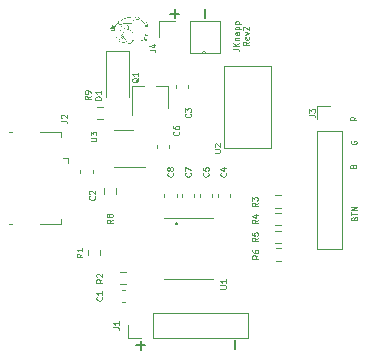
<source format=gto>
G04 #@! TF.GenerationSoftware,KiCad,Pcbnew,(6.0.5)*
G04 #@! TF.CreationDate,2022-09-30T16:47:31-04:00*
G04 #@! TF.ProjectId,Pokeball_xs,506f6b65-6261-46c6-9c5f-78732e6b6963,rev?*
G04 #@! TF.SameCoordinates,Original*
G04 #@! TF.FileFunction,Legend,Top*
G04 #@! TF.FilePolarity,Positive*
%FSLAX46Y46*%
G04 Gerber Fmt 4.6, Leading zero omitted, Abs format (unit mm)*
G04 Created by KiCad (PCBNEW (6.0.5)) date 2022-09-30 16:47:31*
%MOMM*%
%LPD*%
G01*
G04 APERTURE LIST*
%ADD10C,0.150000*%
%ADD11C,0.125000*%
%ADD12C,0.120000*%
G04 APERTURE END LIST*
D10*
X138482210Y-79618860D02*
X139244115Y-79618860D01*
X138863163Y-79999812D02*
X138863163Y-79237908D01*
X143977197Y-107970973D02*
X143977197Y-107209068D01*
D11*
X154054771Y-96936694D02*
X154078581Y-96865266D01*
X154102390Y-96841456D01*
X154150009Y-96817647D01*
X154221438Y-96817647D01*
X154269057Y-96841456D01*
X154292866Y-96865266D01*
X154316676Y-96912885D01*
X154316676Y-97103361D01*
X153816676Y-97103361D01*
X153816676Y-96936694D01*
X153840486Y-96889075D01*
X153864295Y-96865266D01*
X153911914Y-96841456D01*
X153959533Y-96841456D01*
X154007152Y-96865266D01*
X154030962Y-96889075D01*
X154054771Y-96936694D01*
X154054771Y-97103361D01*
X153816676Y-96674789D02*
X153816676Y-96389075D01*
X154316676Y-96531932D02*
X153816676Y-96531932D01*
X154316676Y-96222408D02*
X153816676Y-96222408D01*
X154316676Y-95936694D01*
X153816676Y-95936694D01*
X143823690Y-82583333D02*
X144180833Y-82583333D01*
X144252261Y-82607142D01*
X144299880Y-82654761D01*
X144323690Y-82726190D01*
X144323690Y-82773809D01*
X144323690Y-82345238D02*
X143823690Y-82345238D01*
X144323690Y-82059523D02*
X144037976Y-82273809D01*
X143823690Y-82059523D02*
X144109404Y-82345238D01*
X143990357Y-81845238D02*
X144323690Y-81845238D01*
X144037976Y-81845238D02*
X144014166Y-81821428D01*
X143990357Y-81773809D01*
X143990357Y-81702380D01*
X144014166Y-81654761D01*
X144061785Y-81630952D01*
X144323690Y-81630952D01*
X144323690Y-81178571D02*
X144061785Y-81178571D01*
X144014166Y-81202380D01*
X143990357Y-81250000D01*
X143990357Y-81345238D01*
X144014166Y-81392857D01*
X144299880Y-81178571D02*
X144323690Y-81226190D01*
X144323690Y-81345238D01*
X144299880Y-81392857D01*
X144252261Y-81416666D01*
X144204642Y-81416666D01*
X144157023Y-81392857D01*
X144133214Y-81345238D01*
X144133214Y-81226190D01*
X144109404Y-81178571D01*
X143990357Y-80940476D02*
X144490357Y-80940476D01*
X144014166Y-80940476D02*
X143990357Y-80892857D01*
X143990357Y-80797619D01*
X144014166Y-80750000D01*
X144037976Y-80726190D01*
X144085595Y-80702380D01*
X144228452Y-80702380D01*
X144276071Y-80726190D01*
X144299880Y-80750000D01*
X144323690Y-80797619D01*
X144323690Y-80892857D01*
X144299880Y-80940476D01*
X143990357Y-80488095D02*
X144490357Y-80488095D01*
X144014166Y-80488095D02*
X143990357Y-80440476D01*
X143990357Y-80345238D01*
X144014166Y-80297619D01*
X144037976Y-80273809D01*
X144085595Y-80250000D01*
X144228452Y-80250000D01*
X144276071Y-80273809D01*
X144299880Y-80297619D01*
X144323690Y-80345238D01*
X144323690Y-80440476D01*
X144299880Y-80488095D01*
X145128690Y-81988095D02*
X144890595Y-82154761D01*
X145128690Y-82273809D02*
X144628690Y-82273809D01*
X144628690Y-82083333D01*
X144652500Y-82035714D01*
X144676309Y-82011904D01*
X144723928Y-81988095D01*
X144795357Y-81988095D01*
X144842976Y-82011904D01*
X144866785Y-82035714D01*
X144890595Y-82083333D01*
X144890595Y-82273809D01*
X145104880Y-81583333D02*
X145128690Y-81630952D01*
X145128690Y-81726190D01*
X145104880Y-81773809D01*
X145057261Y-81797619D01*
X144866785Y-81797619D01*
X144819166Y-81773809D01*
X144795357Y-81726190D01*
X144795357Y-81630952D01*
X144819166Y-81583333D01*
X144866785Y-81559523D01*
X144914404Y-81559523D01*
X144962023Y-81797619D01*
X144795357Y-81392857D02*
X145128690Y-81273809D01*
X144795357Y-81154761D01*
X144676309Y-80988095D02*
X144652500Y-80964285D01*
X144628690Y-80916666D01*
X144628690Y-80797619D01*
X144652500Y-80750000D01*
X144676309Y-80726190D01*
X144723928Y-80702380D01*
X144771547Y-80702380D01*
X144842976Y-80726190D01*
X145128690Y-81011904D01*
X145128690Y-80702380D01*
D10*
X139000000Y-97357142D02*
X139047619Y-97404761D01*
X139000000Y-97452380D01*
X138952380Y-97404761D01*
X139000000Y-97357142D01*
X139000000Y-97452380D01*
D11*
X153779225Y-90393055D02*
X153755415Y-90440674D01*
X153755415Y-90512103D01*
X153779225Y-90583531D01*
X153826844Y-90631150D01*
X153874463Y-90654960D01*
X153969701Y-90678769D01*
X154041129Y-90678769D01*
X154136367Y-90654960D01*
X154183986Y-90631150D01*
X154231605Y-90583531D01*
X154255415Y-90512103D01*
X154255415Y-90464484D01*
X154231605Y-90393055D01*
X154207796Y-90369246D01*
X154041129Y-90369246D01*
X154041129Y-90464484D01*
D10*
X135619047Y-107661449D02*
X136380952Y-107661449D01*
X136000000Y-108042401D02*
X136000000Y-107280497D01*
D11*
X153964285Y-92494286D02*
X153988095Y-92422858D01*
X154011904Y-92399048D01*
X154059523Y-92375239D01*
X154130952Y-92375239D01*
X154178571Y-92399048D01*
X154202380Y-92422858D01*
X154226190Y-92470477D01*
X154226190Y-92660953D01*
X153726190Y-92660953D01*
X153726190Y-92494286D01*
X153750000Y-92446667D01*
X153773809Y-92422858D01*
X153821428Y-92399048D01*
X153869047Y-92399048D01*
X153916666Y-92422858D01*
X153940476Y-92446667D01*
X153964285Y-92494286D01*
X153964285Y-92660953D01*
D10*
X141387115Y-80012591D02*
X141387115Y-79250686D01*
D11*
X154230363Y-88340021D02*
X153992268Y-88506687D01*
X154230363Y-88625735D02*
X153730363Y-88625735D01*
X153730363Y-88435259D01*
X153754173Y-88387640D01*
X153777982Y-88363830D01*
X153825601Y-88340021D01*
X153897030Y-88340021D01*
X153944649Y-88363830D01*
X153968458Y-88387640D01*
X153992268Y-88435259D01*
X153992268Y-88625735D01*
G04 #@! TO.C,U1*
X142726190Y-102880952D02*
X143130952Y-102880952D01*
X143178571Y-102857142D01*
X143202380Y-102833333D01*
X143226190Y-102785714D01*
X143226190Y-102690476D01*
X143202380Y-102642857D01*
X143178571Y-102619047D01*
X143130952Y-102595238D01*
X142726190Y-102595238D01*
X143226190Y-102095238D02*
X143226190Y-102380952D01*
X143226190Y-102238095D02*
X142726190Y-102238095D01*
X142797619Y-102285714D01*
X142845238Y-102333333D01*
X142869047Y-102380952D01*
G04 #@! TO.C,U2*
X142226190Y-91380952D02*
X142630952Y-91380952D01*
X142678571Y-91357142D01*
X142702380Y-91333333D01*
X142726190Y-91285714D01*
X142726190Y-91190476D01*
X142702380Y-91142857D01*
X142678571Y-91119047D01*
X142630952Y-91095238D01*
X142226190Y-91095238D01*
X142273809Y-90880952D02*
X142250000Y-90857142D01*
X142226190Y-90809523D01*
X142226190Y-90690476D01*
X142250000Y-90642857D01*
X142273809Y-90619047D01*
X142321428Y-90595238D01*
X142369047Y-90595238D01*
X142440476Y-90619047D01*
X142726190Y-90904761D01*
X142726190Y-90595238D01*
G04 #@! TO.C,C1*
X132678571Y-103583333D02*
X132702380Y-103607142D01*
X132726190Y-103678571D01*
X132726190Y-103726190D01*
X132702380Y-103797619D01*
X132654761Y-103845238D01*
X132607142Y-103869047D01*
X132511904Y-103892857D01*
X132440476Y-103892857D01*
X132345238Y-103869047D01*
X132297619Y-103845238D01*
X132250000Y-103797619D01*
X132226190Y-103726190D01*
X132226190Y-103678571D01*
X132250000Y-103607142D01*
X132273809Y-103583333D01*
X132726190Y-103107142D02*
X132726190Y-103392857D01*
X132726190Y-103250000D02*
X132226190Y-103250000D01*
X132297619Y-103297619D01*
X132345238Y-103345238D01*
X132369047Y-103392857D01*
G04 #@! TO.C,R1*
X131047047Y-99920411D02*
X130808952Y-100087078D01*
X131047047Y-100206125D02*
X130547047Y-100206125D01*
X130547047Y-100015649D01*
X130570857Y-99968030D01*
X130594666Y-99944220D01*
X130642285Y-99920411D01*
X130713714Y-99920411D01*
X130761333Y-99944220D01*
X130785142Y-99968030D01*
X130808952Y-100015649D01*
X130808952Y-100206125D01*
X131047047Y-99444220D02*
X131047047Y-99729935D01*
X131047047Y-99587078D02*
X130547047Y-99587078D01*
X130618476Y-99634697D01*
X130666095Y-99682316D01*
X130689904Y-99729935D01*
G04 #@! TO.C,R2*
X132726190Y-102083333D02*
X132488095Y-102250000D01*
X132726190Y-102369047D02*
X132226190Y-102369047D01*
X132226190Y-102178571D01*
X132250000Y-102130952D01*
X132273809Y-102107142D01*
X132321428Y-102083333D01*
X132392857Y-102083333D01*
X132440476Y-102107142D01*
X132464285Y-102130952D01*
X132488095Y-102178571D01*
X132488095Y-102369047D01*
X132273809Y-101892857D02*
X132250000Y-101869047D01*
X132226190Y-101821428D01*
X132226190Y-101702380D01*
X132250000Y-101654761D01*
X132273809Y-101630952D01*
X132321428Y-101607142D01*
X132369047Y-101607142D01*
X132440476Y-101630952D01*
X132726190Y-101916666D01*
X132726190Y-101607142D01*
G04 #@! TO.C,J1*
X133666190Y-106166666D02*
X134023333Y-106166666D01*
X134094761Y-106190476D01*
X134142380Y-106238095D01*
X134166190Y-106309523D01*
X134166190Y-106357142D01*
X134166190Y-105666666D02*
X134166190Y-105952380D01*
X134166190Y-105809523D02*
X133666190Y-105809523D01*
X133737619Y-105857142D01*
X133785238Y-105904761D01*
X133809047Y-105952380D01*
G04 #@! TO.C,C3*
X140178571Y-88083333D02*
X140202380Y-88107142D01*
X140226190Y-88178571D01*
X140226190Y-88226190D01*
X140202380Y-88297619D01*
X140154761Y-88345238D01*
X140107142Y-88369047D01*
X140011904Y-88392857D01*
X139940476Y-88392857D01*
X139845238Y-88369047D01*
X139797619Y-88345238D01*
X139750000Y-88297619D01*
X139726190Y-88226190D01*
X139726190Y-88178571D01*
X139750000Y-88107142D01*
X139773809Y-88083333D01*
X139726190Y-87916666D02*
X139726190Y-87607142D01*
X139916666Y-87773809D01*
X139916666Y-87702380D01*
X139940476Y-87654761D01*
X139964285Y-87630952D01*
X140011904Y-87607142D01*
X140130952Y-87607142D01*
X140178571Y-87630952D01*
X140202380Y-87654761D01*
X140226190Y-87702380D01*
X140226190Y-87845238D01*
X140202380Y-87892857D01*
X140178571Y-87916666D01*
G04 #@! TO.C,C4*
X143178571Y-93083333D02*
X143202380Y-93107142D01*
X143226190Y-93178571D01*
X143226190Y-93226190D01*
X143202380Y-93297619D01*
X143154761Y-93345238D01*
X143107142Y-93369047D01*
X143011904Y-93392857D01*
X142940476Y-93392857D01*
X142845238Y-93369047D01*
X142797619Y-93345238D01*
X142750000Y-93297619D01*
X142726190Y-93226190D01*
X142726190Y-93178571D01*
X142750000Y-93107142D01*
X142773809Y-93083333D01*
X142892857Y-92654761D02*
X143226190Y-92654761D01*
X142702380Y-92773809D02*
X143059523Y-92892857D01*
X143059523Y-92583333D01*
G04 #@! TO.C,C5*
X141678571Y-93083333D02*
X141702380Y-93107142D01*
X141726190Y-93178571D01*
X141726190Y-93226190D01*
X141702380Y-93297619D01*
X141654761Y-93345238D01*
X141607142Y-93369047D01*
X141511904Y-93392857D01*
X141440476Y-93392857D01*
X141345238Y-93369047D01*
X141297619Y-93345238D01*
X141250000Y-93297619D01*
X141226190Y-93226190D01*
X141226190Y-93178571D01*
X141250000Y-93107142D01*
X141273809Y-93083333D01*
X141226190Y-92630952D02*
X141226190Y-92869047D01*
X141464285Y-92892857D01*
X141440476Y-92869047D01*
X141416666Y-92821428D01*
X141416666Y-92702380D01*
X141440476Y-92654761D01*
X141464285Y-92630952D01*
X141511904Y-92607142D01*
X141630952Y-92607142D01*
X141678571Y-92630952D01*
X141702380Y-92654761D01*
X141726190Y-92702380D01*
X141726190Y-92821428D01*
X141702380Y-92869047D01*
X141678571Y-92892857D01*
G04 #@! TO.C,R3*
X145873558Y-95600976D02*
X145635463Y-95767643D01*
X145873558Y-95886690D02*
X145373558Y-95886690D01*
X145373558Y-95696214D01*
X145397368Y-95648595D01*
X145421177Y-95624785D01*
X145468796Y-95600976D01*
X145540225Y-95600976D01*
X145587844Y-95624785D01*
X145611653Y-95648595D01*
X145635463Y-95696214D01*
X145635463Y-95886690D01*
X145373558Y-95434309D02*
X145373558Y-95124785D01*
X145564034Y-95291452D01*
X145564034Y-95220023D01*
X145587844Y-95172404D01*
X145611653Y-95148595D01*
X145659272Y-95124785D01*
X145778320Y-95124785D01*
X145825939Y-95148595D01*
X145849748Y-95172404D01*
X145873558Y-95220023D01*
X145873558Y-95362881D01*
X145849748Y-95410500D01*
X145825939Y-95434309D01*
G04 #@! TO.C,R4*
X145882227Y-97065995D02*
X145644132Y-97232662D01*
X145882227Y-97351709D02*
X145382227Y-97351709D01*
X145382227Y-97161233D01*
X145406037Y-97113614D01*
X145429846Y-97089804D01*
X145477465Y-97065995D01*
X145548894Y-97065995D01*
X145596513Y-97089804D01*
X145620322Y-97113614D01*
X145644132Y-97161233D01*
X145644132Y-97351709D01*
X145548894Y-96637423D02*
X145882227Y-96637423D01*
X145358417Y-96756471D02*
X145715560Y-96875519D01*
X145715560Y-96565995D01*
G04 #@! TO.C,R5*
X145911021Y-98589520D02*
X145672926Y-98756187D01*
X145911021Y-98875234D02*
X145411021Y-98875234D01*
X145411021Y-98684758D01*
X145434831Y-98637139D01*
X145458640Y-98613329D01*
X145506259Y-98589520D01*
X145577688Y-98589520D01*
X145625307Y-98613329D01*
X145649116Y-98637139D01*
X145672926Y-98684758D01*
X145672926Y-98875234D01*
X145411021Y-98137139D02*
X145411021Y-98375234D01*
X145649116Y-98399044D01*
X145625307Y-98375234D01*
X145601497Y-98327615D01*
X145601497Y-98208567D01*
X145625307Y-98160948D01*
X145649116Y-98137139D01*
X145696735Y-98113329D01*
X145815783Y-98113329D01*
X145863402Y-98137139D01*
X145887211Y-98160948D01*
X145911021Y-98208567D01*
X145911021Y-98327615D01*
X145887211Y-98375234D01*
X145863402Y-98399044D01*
G04 #@! TO.C,J3*
X150226190Y-88166666D02*
X150583333Y-88166666D01*
X150654761Y-88190476D01*
X150702380Y-88238095D01*
X150726190Y-88309523D01*
X150726190Y-88357142D01*
X150226190Y-87976190D02*
X150226190Y-87666666D01*
X150416666Y-87833333D01*
X150416666Y-87761904D01*
X150440476Y-87714285D01*
X150464285Y-87690476D01*
X150511904Y-87666666D01*
X150630952Y-87666666D01*
X150678571Y-87690476D01*
X150702380Y-87714285D01*
X150726190Y-87761904D01*
X150726190Y-87904761D01*
X150702380Y-87952380D01*
X150678571Y-87976190D01*
G04 #@! TO.C,R6*
X145937027Y-100054539D02*
X145698932Y-100221206D01*
X145937027Y-100340253D02*
X145437027Y-100340253D01*
X145437027Y-100149777D01*
X145460837Y-100102158D01*
X145484646Y-100078348D01*
X145532265Y-100054539D01*
X145603694Y-100054539D01*
X145651313Y-100078348D01*
X145675122Y-100102158D01*
X145698932Y-100149777D01*
X145698932Y-100340253D01*
X145437027Y-99625967D02*
X145437027Y-99721206D01*
X145460837Y-99768825D01*
X145484646Y-99792634D01*
X145556075Y-99840253D01*
X145651313Y-99864063D01*
X145841789Y-99864063D01*
X145889408Y-99840253D01*
X145913217Y-99816444D01*
X145937027Y-99768825D01*
X145937027Y-99673586D01*
X145913217Y-99625967D01*
X145889408Y-99602158D01*
X145841789Y-99578348D01*
X145722741Y-99578348D01*
X145675122Y-99602158D01*
X145651313Y-99625967D01*
X145627503Y-99673586D01*
X145627503Y-99768825D01*
X145651313Y-99816444D01*
X145675122Y-99840253D01*
X145722741Y-99864063D01*
G04 #@! TO.C,C6*
X139178571Y-89583333D02*
X139202380Y-89607142D01*
X139226190Y-89678571D01*
X139226190Y-89726190D01*
X139202380Y-89797619D01*
X139154761Y-89845238D01*
X139107142Y-89869047D01*
X139011904Y-89892857D01*
X138940476Y-89892857D01*
X138845238Y-89869047D01*
X138797619Y-89845238D01*
X138750000Y-89797619D01*
X138726190Y-89726190D01*
X138726190Y-89678571D01*
X138750000Y-89607142D01*
X138773809Y-89583333D01*
X138726190Y-89154761D02*
X138726190Y-89250000D01*
X138750000Y-89297619D01*
X138773809Y-89321428D01*
X138845238Y-89369047D01*
X138940476Y-89392857D01*
X139130952Y-89392857D01*
X139178571Y-89369047D01*
X139202380Y-89345238D01*
X139226190Y-89297619D01*
X139226190Y-89202380D01*
X139202380Y-89154761D01*
X139178571Y-89130952D01*
X139130952Y-89107142D01*
X139011904Y-89107142D01*
X138964285Y-89130952D01*
X138940476Y-89154761D01*
X138916666Y-89202380D01*
X138916666Y-89297619D01*
X138940476Y-89345238D01*
X138964285Y-89369047D01*
X139011904Y-89392857D01*
G04 #@! TO.C,R8*
X133603408Y-97031393D02*
X133365313Y-97198060D01*
X133603408Y-97317107D02*
X133103408Y-97317107D01*
X133103408Y-97126631D01*
X133127218Y-97079012D01*
X133151027Y-97055202D01*
X133198646Y-97031393D01*
X133270075Y-97031393D01*
X133317694Y-97055202D01*
X133341503Y-97079012D01*
X133365313Y-97126631D01*
X133365313Y-97317107D01*
X133317694Y-96745679D02*
X133293884Y-96793298D01*
X133270075Y-96817107D01*
X133222456Y-96840917D01*
X133198646Y-96840917D01*
X133151027Y-96817107D01*
X133127218Y-96793298D01*
X133103408Y-96745679D01*
X133103408Y-96650440D01*
X133127218Y-96602821D01*
X133151027Y-96579012D01*
X133198646Y-96555202D01*
X133222456Y-96555202D01*
X133270075Y-96579012D01*
X133293884Y-96602821D01*
X133317694Y-96650440D01*
X133317694Y-96745679D01*
X133341503Y-96793298D01*
X133365313Y-96817107D01*
X133412932Y-96840917D01*
X133508170Y-96840917D01*
X133555789Y-96817107D01*
X133579598Y-96793298D01*
X133603408Y-96745679D01*
X133603408Y-96650440D01*
X133579598Y-96602821D01*
X133555789Y-96579012D01*
X133508170Y-96555202D01*
X133412932Y-96555202D01*
X133365313Y-96579012D01*
X133341503Y-96602821D01*
X133317694Y-96650440D01*
G04 #@! TO.C,C8*
X138678571Y-93083333D02*
X138702380Y-93107142D01*
X138726190Y-93178571D01*
X138726190Y-93226190D01*
X138702380Y-93297619D01*
X138654761Y-93345238D01*
X138607142Y-93369047D01*
X138511904Y-93392857D01*
X138440476Y-93392857D01*
X138345238Y-93369047D01*
X138297619Y-93345238D01*
X138250000Y-93297619D01*
X138226190Y-93226190D01*
X138226190Y-93178571D01*
X138250000Y-93107142D01*
X138273809Y-93083333D01*
X138440476Y-92797619D02*
X138416666Y-92845238D01*
X138392857Y-92869047D01*
X138345238Y-92892857D01*
X138321428Y-92892857D01*
X138273809Y-92869047D01*
X138250000Y-92845238D01*
X138226190Y-92797619D01*
X138226190Y-92702380D01*
X138250000Y-92654761D01*
X138273809Y-92630952D01*
X138321428Y-92607142D01*
X138345238Y-92607142D01*
X138392857Y-92630952D01*
X138416666Y-92654761D01*
X138440476Y-92702380D01*
X138440476Y-92797619D01*
X138464285Y-92845238D01*
X138488095Y-92869047D01*
X138535714Y-92892857D01*
X138630952Y-92892857D01*
X138678571Y-92869047D01*
X138702380Y-92845238D01*
X138726190Y-92797619D01*
X138726190Y-92702380D01*
X138702380Y-92654761D01*
X138678571Y-92630952D01*
X138630952Y-92607142D01*
X138535714Y-92607142D01*
X138488095Y-92630952D01*
X138464285Y-92654761D01*
X138440476Y-92702380D01*
G04 #@! TO.C,J2*
X129226190Y-88666666D02*
X129583333Y-88666666D01*
X129654761Y-88690476D01*
X129702380Y-88738095D01*
X129726190Y-88809523D01*
X129726190Y-88857142D01*
X129273809Y-88452380D02*
X129250000Y-88428571D01*
X129226190Y-88380952D01*
X129226190Y-88261904D01*
X129250000Y-88214285D01*
X129273809Y-88190476D01*
X129321428Y-88166666D01*
X129369047Y-88166666D01*
X129440476Y-88190476D01*
X129726190Y-88476190D01*
X129726190Y-88166666D01*
G04 #@! TO.C,R9*
X131726190Y-86583333D02*
X131488095Y-86750000D01*
X131726190Y-86869047D02*
X131226190Y-86869047D01*
X131226190Y-86678571D01*
X131250000Y-86630952D01*
X131273809Y-86607142D01*
X131321428Y-86583333D01*
X131392857Y-86583333D01*
X131440476Y-86607142D01*
X131464285Y-86630952D01*
X131488095Y-86678571D01*
X131488095Y-86869047D01*
X131726190Y-86345238D02*
X131726190Y-86250000D01*
X131702380Y-86202380D01*
X131678571Y-86178571D01*
X131607142Y-86130952D01*
X131511904Y-86107142D01*
X131321428Y-86107142D01*
X131273809Y-86130952D01*
X131250000Y-86154761D01*
X131226190Y-86202380D01*
X131226190Y-86297619D01*
X131250000Y-86345238D01*
X131273809Y-86369047D01*
X131321428Y-86392857D01*
X131440476Y-86392857D01*
X131488095Y-86369047D01*
X131511904Y-86345238D01*
X131535714Y-86297619D01*
X131535714Y-86202380D01*
X131511904Y-86154761D01*
X131488095Y-86130952D01*
X131440476Y-86107142D01*
G04 #@! TO.C,D1*
X132614422Y-86892274D02*
X132114422Y-86892274D01*
X132114422Y-86773227D01*
X132138232Y-86701798D01*
X132185851Y-86654179D01*
X132233470Y-86630369D01*
X132328708Y-86606560D01*
X132400136Y-86606560D01*
X132495374Y-86630369D01*
X132542993Y-86654179D01*
X132590612Y-86701798D01*
X132614422Y-86773227D01*
X132614422Y-86892274D01*
X132614422Y-86130369D02*
X132614422Y-86416084D01*
X132614422Y-86273227D02*
X132114422Y-86273227D01*
X132185851Y-86320846D01*
X132233470Y-86368465D01*
X132257279Y-86416084D01*
G04 #@! TO.C,Q1*
X135773809Y-85047619D02*
X135750000Y-85095238D01*
X135702380Y-85142857D01*
X135630952Y-85214285D01*
X135607142Y-85261904D01*
X135607142Y-85309523D01*
X135726190Y-85285714D02*
X135702380Y-85333333D01*
X135654761Y-85380952D01*
X135559523Y-85404761D01*
X135392857Y-85404761D01*
X135297619Y-85380952D01*
X135250000Y-85333333D01*
X135226190Y-85285714D01*
X135226190Y-85190476D01*
X135250000Y-85142857D01*
X135297619Y-85095238D01*
X135392857Y-85071428D01*
X135559523Y-85071428D01*
X135654761Y-85095238D01*
X135702380Y-85142857D01*
X135726190Y-85190476D01*
X135726190Y-85285714D01*
X135726190Y-84595238D02*
X135726190Y-84880952D01*
X135726190Y-84738095D02*
X135226190Y-84738095D01*
X135297619Y-84785714D01*
X135345238Y-84833333D01*
X135369047Y-84880952D01*
G04 #@! TO.C,J4*
X136726190Y-82666666D02*
X137083333Y-82666666D01*
X137154761Y-82690476D01*
X137202380Y-82738095D01*
X137226190Y-82809523D01*
X137226190Y-82857142D01*
X136892857Y-82214285D02*
X137226190Y-82214285D01*
X136702380Y-82333333D02*
X137059523Y-82452380D01*
X137059523Y-82142857D01*
G04 #@! TO.C,U3*
X131726190Y-90380952D02*
X132130952Y-90380952D01*
X132178571Y-90357142D01*
X132202380Y-90333333D01*
X132226190Y-90285714D01*
X132226190Y-90190476D01*
X132202380Y-90142857D01*
X132178571Y-90119047D01*
X132130952Y-90095238D01*
X131726190Y-90095238D01*
X131726190Y-89904761D02*
X131726190Y-89595238D01*
X131916666Y-89761904D01*
X131916666Y-89690476D01*
X131940476Y-89642857D01*
X131964285Y-89619047D01*
X132011904Y-89595238D01*
X132130952Y-89595238D01*
X132178571Y-89619047D01*
X132202380Y-89642857D01*
X132226190Y-89690476D01*
X132226190Y-89833333D01*
X132202380Y-89880952D01*
X132178571Y-89904761D01*
G04 #@! TO.C,C2*
X132063764Y-95057806D02*
X132087573Y-95081615D01*
X132111383Y-95153044D01*
X132111383Y-95200663D01*
X132087573Y-95272092D01*
X132039954Y-95319711D01*
X131992335Y-95343520D01*
X131897097Y-95367330D01*
X131825669Y-95367330D01*
X131730431Y-95343520D01*
X131682812Y-95319711D01*
X131635193Y-95272092D01*
X131611383Y-95200663D01*
X131611383Y-95153044D01*
X131635193Y-95081615D01*
X131659002Y-95057806D01*
X131659002Y-94867330D02*
X131635193Y-94843520D01*
X131611383Y-94795901D01*
X131611383Y-94676853D01*
X131635193Y-94629234D01*
X131659002Y-94605425D01*
X131706621Y-94581615D01*
X131754240Y-94581615D01*
X131825669Y-94605425D01*
X132111383Y-94891139D01*
X132111383Y-94581615D01*
G04 #@! TO.C,C7*
X140178571Y-93083333D02*
X140202380Y-93107142D01*
X140226190Y-93178571D01*
X140226190Y-93226190D01*
X140202380Y-93297619D01*
X140154761Y-93345238D01*
X140107142Y-93369047D01*
X140011904Y-93392857D01*
X139940476Y-93392857D01*
X139845238Y-93369047D01*
X139797619Y-93345238D01*
X139750000Y-93297619D01*
X139726190Y-93226190D01*
X139726190Y-93178571D01*
X139750000Y-93107142D01*
X139773809Y-93083333D01*
X139726190Y-92916666D02*
X139726190Y-92583333D01*
X140226190Y-92797619D01*
D12*
G04 #@! TO.C,U1*
X137971200Y-102078100D02*
X142136800Y-102078100D01*
X142136800Y-96921900D02*
X137971200Y-96921900D01*
G04 #@! TO.C,U2*
X143023000Y-84022999D02*
X143023000Y-90977001D01*
X146977000Y-84022999D02*
X143023000Y-84022999D01*
X143023000Y-90977001D02*
X146977000Y-90977001D01*
X146977000Y-90977001D02*
X146977000Y-84022999D01*
X141477000Y-82880000D02*
G75*
G03*
X141477000Y-82880000I-127000J0D01*
G01*
G04 #@! TO.C,C1*
X134359420Y-104010000D02*
X134640580Y-104010000D01*
X134359420Y-102990000D02*
X134640580Y-102990000D01*
G04 #@! TO.C,R1*
X132550787Y-99586119D02*
X132550787Y-100060635D01*
X131505787Y-99586119D02*
X131505787Y-100060635D01*
G04 #@! TO.C,R2*
X134262742Y-102522500D02*
X134737258Y-102522500D01*
X134262742Y-101477500D02*
X134737258Y-101477500D01*
G04 #@! TO.C,J1*
X137000000Y-107060000D02*
X137000000Y-104940000D01*
X134940000Y-107060000D02*
X134940000Y-106000000D01*
X136000000Y-107060000D02*
X134940000Y-107060000D01*
X145060000Y-107060000D02*
X145060000Y-104940000D01*
X137000000Y-107060000D02*
X145060000Y-107060000D01*
X137000000Y-104940000D02*
X145060000Y-104940000D01*
G04 #@! TO.C,C3*
X138990000Y-85634420D02*
X138990000Y-85915580D01*
X140010000Y-85634420D02*
X140010000Y-85915580D01*
G04 #@! TO.C,C4*
X142490000Y-94859420D02*
X142490000Y-95140580D01*
X143510000Y-94859420D02*
X143510000Y-95140580D01*
G04 #@! TO.C,C5*
X142010000Y-94859420D02*
X142010000Y-95140580D01*
X140990000Y-94859420D02*
X140990000Y-95140580D01*
G04 #@! TO.C,R3*
X147862258Y-96022500D02*
X147387742Y-96022500D01*
X147862258Y-94977500D02*
X147387742Y-94977500D01*
G04 #@! TO.C,R4*
X147862258Y-96477500D02*
X147387742Y-96477500D01*
X147862258Y-97522500D02*
X147387742Y-97522500D01*
G04 #@! TO.C,R5*
X147862258Y-99022500D02*
X147387742Y-99022500D01*
X147862258Y-97977500D02*
X147387742Y-97977500D01*
G04 #@! TO.C,J3*
X150940000Y-88500000D02*
X150940000Y-87440000D01*
X150940000Y-89500000D02*
X153060000Y-89500000D01*
X153060000Y-89500000D02*
X153060000Y-99560000D01*
X150940000Y-89500000D02*
X150940000Y-99560000D01*
X150940000Y-87440000D02*
X152000000Y-87440000D01*
X150940000Y-99560000D02*
X153060000Y-99560000D01*
G04 #@! TO.C,R6*
X147873600Y-100522500D02*
X147399084Y-100522500D01*
X147873600Y-99477500D02*
X147399084Y-99477500D01*
G04 #@! TO.C,C6*
X137344631Y-90681482D02*
X137344631Y-90962642D01*
X138364631Y-90681482D02*
X138364631Y-90962642D01*
G04 #@! TO.C,R8*
X132847538Y-94405329D02*
X132847538Y-94879845D01*
X133892538Y-94405329D02*
X133892538Y-94879845D01*
G04 #@! TO.C,C8*
X137990000Y-94859420D02*
X137990000Y-95140580D01*
X139010000Y-94859420D02*
X139010000Y-95140580D01*
G04 #@! TO.C,J2*
X129812500Y-91800000D02*
X129812500Y-92250000D01*
X129812500Y-91800000D02*
X129362500Y-91800000D01*
X124862500Y-89600000D02*
X125112500Y-89600000D01*
X129262500Y-97400000D02*
X129262500Y-96950000D01*
X127412500Y-97400000D02*
X129262500Y-97400000D01*
X127412500Y-89600000D02*
X129262500Y-89600000D01*
X124862500Y-97400000D02*
X125112500Y-97400000D01*
X129262500Y-89600000D02*
X129262500Y-90050000D01*
G04 #@! TO.C,R9*
X132776966Y-88543512D02*
X132302450Y-88543512D01*
X132776966Y-87498512D02*
X132302450Y-87498512D01*
G04 #@! TO.C,D1*
X135000000Y-82750000D02*
X133000000Y-82750000D01*
X133000000Y-82750000D02*
X133000000Y-86650000D01*
X135000000Y-82750000D02*
X135000000Y-86650000D01*
G04 #@! TO.C,Q1*
X135239570Y-85781353D02*
X135239570Y-88211353D01*
X137249570Y-85761353D02*
X138299570Y-85761353D01*
X135249570Y-85761353D02*
X136249570Y-85761353D01*
X138299570Y-85761353D02*
X138299570Y-87611353D01*
G04 #@! TO.C,G\u002A\u002A\u002A*
G36*
X134898097Y-82112554D02*
G01*
X134831540Y-82060793D01*
X134828234Y-82057271D01*
X134777896Y-82002816D01*
X134692519Y-82031819D01*
X134579895Y-82056011D01*
X134551846Y-82056278D01*
X134458036Y-82057172D01*
X134333699Y-82035961D01*
X134213644Y-81993036D01*
X134193287Y-81983194D01*
X134163210Y-81963161D01*
X134120962Y-81928638D01*
X134070811Y-81883846D01*
X134017027Y-81833004D01*
X133963877Y-81780331D01*
X133915629Y-81730047D01*
X133876552Y-81686370D01*
X133850914Y-81653519D01*
X133847857Y-81647170D01*
X133876200Y-81647170D01*
X133890779Y-81666786D01*
X133921429Y-81697405D01*
X133959718Y-81735559D01*
X134007745Y-81784800D01*
X134055856Y-81835219D01*
X134061250Y-81840956D01*
X134106985Y-81886122D01*
X134153165Y-81925880D01*
X134191100Y-81952859D01*
X134196965Y-81956088D01*
X134309776Y-82000287D01*
X134430852Y-82024349D01*
X134551846Y-82027369D01*
X134664414Y-82008445D01*
X134668836Y-82007156D01*
X134715271Y-81990684D01*
X134737325Y-81971914D01*
X134738730Y-81943445D01*
X134723538Y-81898679D01*
X134707866Y-81858741D01*
X134695849Y-81826725D01*
X134695223Y-81824965D01*
X134686835Y-81808940D01*
X134672251Y-81808225D01*
X134642758Y-81821942D01*
X134554178Y-81853071D01*
X134482586Y-81860831D01*
X134452570Y-81864085D01*
X134345077Y-81855113D01*
X134238846Y-81826281D01*
X134209137Y-81814154D01*
X134148954Y-81782081D01*
X134084011Y-81738908D01*
X134023912Y-81691700D01*
X133978262Y-81647525D01*
X133971292Y-81639145D01*
X133945565Y-81610015D01*
X133925666Y-81602436D01*
X133901620Y-81614146D01*
X133892016Y-81621148D01*
X133877468Y-81634175D01*
X133876200Y-81647170D01*
X133847857Y-81647170D01*
X133842857Y-81636784D01*
X133853906Y-81612605D01*
X133871429Y-81597021D01*
X133893690Y-81578991D01*
X133900000Y-81568181D01*
X133894701Y-81551167D01*
X133880410Y-81514043D01*
X133859534Y-81462911D01*
X133842758Y-81423140D01*
X133812004Y-81345466D01*
X133791316Y-81276473D01*
X133777185Y-81202555D01*
X133768898Y-81136801D01*
X133759505Y-81063826D01*
X133754003Y-81035457D01*
X133796179Y-81035457D01*
X133807344Y-81191932D01*
X133840453Y-81337172D01*
X133894508Y-81468915D01*
X133968507Y-81584903D01*
X134061451Y-81682876D01*
X134172342Y-81760573D01*
X134210748Y-81780449D01*
X134296384Y-81810853D01*
X134390108Y-81826724D01*
X134482586Y-81827510D01*
X134564482Y-81812655D01*
X134590468Y-81802981D01*
X134633255Y-81779661D01*
X134648171Y-81757971D01*
X134635530Y-81734859D01*
X134600072Y-81709857D01*
X134553011Y-81678125D01*
X134526911Y-81646743D01*
X134515992Y-81605993D01*
X134514286Y-81565594D01*
X134511375Y-81515875D01*
X134499219Y-81478030D01*
X134472679Y-81437804D01*
X134464425Y-81427251D01*
X134436473Y-81386518D01*
X134418317Y-81349415D01*
X134416396Y-81340909D01*
X134436635Y-81340909D01*
X134489746Y-81418068D01*
X134521617Y-81469382D01*
X134537893Y-81511576D01*
X134542824Y-81556094D01*
X134542857Y-81561032D01*
X134544536Y-81598712D01*
X134553188Y-81625138D01*
X134574236Y-81649577D01*
X134613102Y-81681296D01*
X134613343Y-81681483D01*
X134656844Y-81719941D01*
X134690215Y-81762946D01*
X134720909Y-81820674D01*
X134730037Y-81840859D01*
X134786100Y-81950561D01*
X134845113Y-82031965D01*
X134907317Y-82085231D01*
X134972954Y-82110521D01*
X135042264Y-82107996D01*
X135099188Y-82086740D01*
X135170066Y-82034815D01*
X135229124Y-81958432D01*
X135275445Y-81859556D01*
X135308109Y-81740153D01*
X135326199Y-81602189D01*
X135326330Y-81600338D01*
X135325644Y-81577556D01*
X135322577Y-81533610D01*
X135317679Y-81475771D01*
X135313968Y-81436184D01*
X135293827Y-81297736D01*
X135262749Y-81185451D01*
X135220549Y-81099007D01*
X135167045Y-81038080D01*
X135102052Y-81002349D01*
X135061744Y-80993370D01*
X134950189Y-80977000D01*
X134862384Y-80958677D01*
X134793519Y-80937252D01*
X134754523Y-80920056D01*
X134706742Y-80899966D01*
X134661551Y-80887572D01*
X134643604Y-80885650D01*
X134620873Y-80887063D01*
X134605751Y-80894850D01*
X134595701Y-80914337D01*
X134588184Y-80950851D01*
X134580662Y-81009716D01*
X134579436Y-81020282D01*
X134561353Y-81096518D01*
X134522620Y-81188305D01*
X134467851Y-81288378D01*
X134436635Y-81340909D01*
X134416396Y-81340909D01*
X134414425Y-81332184D01*
X134422322Y-81303478D01*
X134442916Y-81262363D01*
X134464852Y-81227895D01*
X134508256Y-81148810D01*
X134537839Y-81060090D01*
X134556201Y-80982009D01*
X134569780Y-80927312D01*
X134580375Y-80891560D01*
X134589784Y-80870317D01*
X134599805Y-80859147D01*
X134612234Y-80853612D01*
X134622600Y-80850899D01*
X134660564Y-80851362D01*
X134715267Y-80868815D01*
X134747481Y-80883011D01*
X134799116Y-80905887D01*
X134846047Y-80924469D01*
X134875000Y-80933848D01*
X134900899Y-80937967D01*
X134911857Y-80928496D01*
X134914267Y-80898508D01*
X134914286Y-80891265D01*
X134910964Y-80853101D01*
X134902131Y-80797506D01*
X134889485Y-80734712D01*
X134885177Y-80715895D01*
X134866695Y-80648887D01*
X134844018Y-80582680D01*
X134821458Y-80529601D01*
X134817075Y-80521160D01*
X134778082Y-80449691D01*
X134635470Y-80451032D01*
X134539800Y-80454377D01*
X134465408Y-80463601D01*
X134405286Y-80480554D01*
X134352425Y-80507088D01*
X134309975Y-80536986D01*
X134262464Y-80569279D01*
X134228232Y-80578866D01*
X134202485Y-80565178D01*
X134180428Y-80527651D01*
X134177735Y-80521361D01*
X134156454Y-80484824D01*
X134130486Y-80471487D01*
X134124094Y-80471132D01*
X134083482Y-80460064D01*
X134060264Y-80430622D01*
X134057143Y-80411098D01*
X134052589Y-80389829D01*
X134037773Y-80389954D01*
X134010964Y-80412386D01*
X133972376Y-80455706D01*
X133909027Y-80545231D01*
X133861329Y-80645714D01*
X133826988Y-80762938D01*
X133807958Y-80870005D01*
X133796179Y-81035457D01*
X133754003Y-81035457D01*
X133750006Y-81014845D01*
X133740810Y-80991723D01*
X133736854Y-80990263D01*
X133717381Y-80997595D01*
X133678026Y-81012466D01*
X133625628Y-81032289D01*
X133596138Y-81043454D01*
X133533332Y-81065354D01*
X133486996Y-81077615D01*
X133461285Y-81079207D01*
X133458357Y-81077610D01*
X133446742Y-81055039D01*
X133436532Y-81019905D01*
X133432336Y-80992900D01*
X133438916Y-80978600D01*
X133462731Y-80970998D01*
X133494163Y-80966303D01*
X133548023Y-80960462D01*
X133600208Y-80957157D01*
X133612708Y-80956900D01*
X133653429Y-80953051D01*
X133683791Y-80943959D01*
X133685715Y-80942825D01*
X133696756Y-80932460D01*
X133682496Y-80928925D01*
X133674249Y-80928750D01*
X133634689Y-80924763D01*
X133581444Y-80914737D01*
X133523760Y-80900989D01*
X133470888Y-80885834D01*
X133432073Y-80871588D01*
X133420339Y-80865180D01*
X133404927Y-80850096D01*
X133401736Y-80830139D01*
X133409739Y-80795263D01*
X133412306Y-80786570D01*
X133427504Y-80748198D01*
X133444305Y-80723159D01*
X133449767Y-80719384D01*
X133469600Y-80723613D01*
X133506244Y-80741260D01*
X133553313Y-80769049D01*
X133577584Y-80784927D01*
X133643738Y-80828557D01*
X133687941Y-80855089D01*
X133710976Y-80864743D01*
X133713625Y-80857738D01*
X133696670Y-80834296D01*
X133678079Y-80813164D01*
X133643744Y-80773174D01*
X133607933Y-80727820D01*
X133574754Y-80682833D01*
X133548318Y-80643945D01*
X133532732Y-80616889D01*
X133530766Y-80607675D01*
X133545353Y-80599206D01*
X133576809Y-80582654D01*
X133596711Y-80572510D01*
X133636223Y-80554971D01*
X133657351Y-80552615D01*
X133664188Y-80560033D01*
X133671195Y-80581395D01*
X133684274Y-80622528D01*
X133701037Y-80675899D01*
X133707666Y-80697148D01*
X133726015Y-80750232D01*
X133743161Y-80789623D01*
X133756448Y-80809569D01*
X133760169Y-80810790D01*
X133772141Y-80795077D01*
X133786179Y-80760314D01*
X133794598Y-80731635D01*
X133838466Y-80610730D01*
X133904897Y-80494827D01*
X133983122Y-80399045D01*
X134026564Y-80351761D01*
X134051100Y-80317342D01*
X134060028Y-80290671D01*
X134088049Y-80290671D01*
X134102470Y-80310654D01*
X134112036Y-80330953D01*
X134103531Y-80361841D01*
X134102288Y-80364612D01*
X134091573Y-80397531D01*
X134099415Y-80418900D01*
X134129854Y-80435488D01*
X134148525Y-80442057D01*
X134185680Y-80461307D01*
X134203227Y-80492168D01*
X134205111Y-80500275D01*
X134214915Y-80530237D01*
X134231283Y-80540008D01*
X134258649Y-80529486D01*
X134301446Y-80498573D01*
X134302077Y-80498074D01*
X134366177Y-80459604D01*
X134448664Y-80432058D01*
X134551456Y-80415172D01*
X134676471Y-80408682D01*
X134825627Y-80412326D01*
X134894930Y-80416741D01*
X134989108Y-80423065D01*
X135059911Y-80426236D01*
X135112363Y-80426234D01*
X135151486Y-80423041D01*
X135182305Y-80416639D01*
X135185606Y-80415678D01*
X135227171Y-80405800D01*
X135250274Y-80405233D01*
X135251889Y-80412797D01*
X135228991Y-80427314D01*
X135222869Y-80430194D01*
X135198648Y-80445144D01*
X135200666Y-80457137D01*
X135203166Y-80458869D01*
X135207242Y-80466798D01*
X135185715Y-80468066D01*
X135119949Y-80466184D01*
X135065194Y-80468600D01*
X135026506Y-80474712D01*
X135008938Y-80483922D01*
X135009319Y-80488999D01*
X135006984Y-80494539D01*
X134986954Y-80484946D01*
X134982213Y-80481930D01*
X134937210Y-80464210D01*
X134887660Y-80459208D01*
X134831218Y-80461420D01*
X134853379Y-80507919D01*
X134875785Y-80541270D01*
X134898485Y-80547161D01*
X134911985Y-80544939D01*
X134903992Y-80552556D01*
X134894109Y-80568498D01*
X134897168Y-80598021D01*
X134902817Y-80618226D01*
X134915941Y-80652044D01*
X134928357Y-80670239D01*
X134930969Y-80671244D01*
X134940700Y-80668726D01*
X134940675Y-80656129D01*
X134930420Y-80625888D01*
X134927673Y-80618573D01*
X134919890Y-80592672D01*
X134925522Y-80591320D01*
X134927405Y-80593075D01*
X134940233Y-80614249D01*
X134949802Y-80644063D01*
X134954483Y-80673205D01*
X134952644Y-80692363D01*
X134945087Y-80694064D01*
X134931035Y-80695431D01*
X134928572Y-80706978D01*
X134935370Y-80722361D01*
X134943042Y-80721158D01*
X134952871Y-80726078D01*
X134954715Y-80752476D01*
X134953567Y-80790978D01*
X134953872Y-80842224D01*
X134954530Y-80866380D01*
X134957143Y-80940018D01*
X135044963Y-80950217D01*
X135099876Y-80959162D01*
X135139544Y-80974406D01*
X135177295Y-81001896D01*
X135193696Y-81016594D01*
X135251284Y-81082400D01*
X135294634Y-81162475D01*
X135326412Y-81262299D01*
X135336825Y-81310782D01*
X135346027Y-81375222D01*
X135352475Y-81453241D01*
X135356047Y-81537197D01*
X135356619Y-81619450D01*
X135354067Y-81692357D01*
X135348268Y-81748278D01*
X135344194Y-81767199D01*
X135338055Y-81794367D01*
X135343098Y-81811554D01*
X135364741Y-81826159D01*
X135398441Y-81841298D01*
X135533867Y-81889316D01*
X135668851Y-81917781D01*
X135795900Y-81925242D01*
X135824465Y-81923739D01*
X135950556Y-81904708D01*
X136058776Y-81867501D01*
X136150488Y-81810688D01*
X136227053Y-81732837D01*
X136240839Y-81710809D01*
X136310691Y-81710809D01*
X136364258Y-81812805D01*
X136390392Y-81860216D01*
X136412411Y-81895898D01*
X136426501Y-81913799D01*
X136428524Y-81914801D01*
X136435897Y-81901968D01*
X136442913Y-81869203D01*
X136445979Y-81844442D01*
X136463855Y-81771484D01*
X136488823Y-81731172D01*
X136508120Y-81705177D01*
X136518142Y-81679342D01*
X136520909Y-81644106D01*
X136518491Y-81590697D01*
X136519013Y-81502332D01*
X136533600Y-81435960D01*
X136549279Y-81392209D01*
X136552292Y-81366524D01*
X136539567Y-81350045D01*
X136508034Y-81333912D01*
X136496429Y-81328705D01*
X136435715Y-81301463D01*
X136412230Y-81393961D01*
X136395304Y-81455066D01*
X136373168Y-81527645D01*
X136350508Y-81596358D01*
X136349718Y-81598634D01*
X136310691Y-81710809D01*
X136240839Y-81710809D01*
X136289834Y-81632519D01*
X136340193Y-81508302D01*
X136379491Y-81358757D01*
X136384151Y-81335904D01*
X136388437Y-81298636D01*
X136391700Y-81238861D01*
X136393769Y-81162642D01*
X136394475Y-81076047D01*
X136393780Y-80992854D01*
X136391314Y-80884648D01*
X136387611Y-80799319D01*
X136382176Y-80731165D01*
X136374517Y-80674485D01*
X136364141Y-80623576D01*
X136360595Y-80609243D01*
X136314489Y-80483172D01*
X136262925Y-80399918D01*
X136329089Y-80399918D01*
X136357595Y-80472279D01*
X136374101Y-80520725D01*
X136392241Y-80584246D01*
X136410091Y-80654713D01*
X136425727Y-80723997D01*
X136437226Y-80783968D01*
X136442665Y-80826499D01*
X136442857Y-80832599D01*
X136451615Y-80860044D01*
X136481868Y-80879539D01*
X136490300Y-80882779D01*
X136537655Y-80897393D01*
X136562251Y-80898016D01*
X136566385Y-80884400D01*
X136562831Y-80874930D01*
X136557985Y-80850909D01*
X136553932Y-80805360D01*
X136551162Y-80745342D01*
X136550205Y-80692685D01*
X136548599Y-80615189D01*
X136544339Y-80559772D01*
X136536578Y-80519984D01*
X136524468Y-80489373D01*
X136523202Y-80486972D01*
X136506887Y-80441898D01*
X136496612Y-80385242D01*
X136495014Y-80362017D01*
X136492225Y-80319596D01*
X136487342Y-80291777D01*
X136483426Y-80285429D01*
X136468176Y-80293592D01*
X136437620Y-80315025D01*
X136401542Y-80342615D01*
X136329089Y-80399918D01*
X136262925Y-80399918D01*
X136245786Y-80372246D01*
X136156914Y-80279146D01*
X136059503Y-80212819D01*
X136050302Y-80206554D01*
X135960215Y-80167199D01*
X135894572Y-80149834D01*
X135817638Y-80137876D01*
X135734485Y-80131152D01*
X135650182Y-80129490D01*
X135569802Y-80132717D01*
X135498413Y-80140661D01*
X135441086Y-80153149D01*
X135402893Y-80170008D01*
X135389497Y-80186622D01*
X135378441Y-80210797D01*
X135366439Y-80207769D01*
X135355295Y-80178787D01*
X135351487Y-80160242D01*
X135335363Y-80113200D01*
X135307943Y-80067709D01*
X135303233Y-80062004D01*
X135270870Y-80031939D01*
X135229525Y-80002638D01*
X135186951Y-79978505D01*
X135150905Y-79963942D01*
X135129302Y-79963252D01*
X135114169Y-79960282D01*
X135111404Y-79955052D01*
X135094115Y-79946419D01*
X135050693Y-79941609D01*
X134988113Y-79940800D01*
X134887213Y-79949597D01*
X134781580Y-79973966D01*
X134667498Y-80015245D01*
X134541247Y-80074772D01*
X134403155Y-80151504D01*
X134322683Y-80195974D01*
X134256332Y-80225420D01*
X134196286Y-80243135D01*
X134176620Y-80246951D01*
X134121379Y-80259100D01*
X134092569Y-80273060D01*
X134088049Y-80290671D01*
X134060028Y-80290671D01*
X134060030Y-80290664D01*
X134059841Y-80279867D01*
X134060223Y-80261092D01*
X134069785Y-80246816D01*
X134093064Y-80234879D01*
X134134600Y-80223121D01*
X134198931Y-80209379D01*
X134214286Y-80206330D01*
X134260896Y-80191732D01*
X134308946Y-80169036D01*
X134314286Y-80165875D01*
X134479289Y-80071212D01*
X134629088Y-79998845D01*
X134765635Y-79948213D01*
X134890880Y-79918752D01*
X135006775Y-79909899D01*
X135115270Y-79921090D01*
X135141645Y-79926998D01*
X135193907Y-79944446D01*
X135239582Y-79971769D01*
X135289626Y-80015631D01*
X135293376Y-80019297D01*
X135330832Y-80057938D01*
X135359527Y-80090994D01*
X135373647Y-80111731D01*
X135373958Y-80112610D01*
X135382406Y-80123941D01*
X135402599Y-80125388D01*
X135441887Y-80117314D01*
X135446410Y-80116183D01*
X135495725Y-80105866D01*
X135540521Y-80099869D01*
X135552755Y-80099275D01*
X135595255Y-80095896D01*
X135616395Y-80083969D01*
X135616868Y-80059935D01*
X135597364Y-80020234D01*
X135574905Y-79985241D01*
X135547222Y-79939907D01*
X135528879Y-79901803D01*
X135528305Y-79899348D01*
X135557143Y-79899348D01*
X135565042Y-79917731D01*
X135585154Y-79950866D01*
X135612099Y-79990978D01*
X135640499Y-80030292D01*
X135664975Y-80061035D01*
X135678156Y-80074261D01*
X135700993Y-80081101D01*
X135739263Y-80084935D01*
X135750000Y-80085193D01*
X135807608Y-80090245D01*
X135877497Y-80102886D01*
X135948002Y-80120412D01*
X136007458Y-80140120D01*
X136029280Y-80149889D01*
X136059503Y-80163675D01*
X136068783Y-80162407D01*
X136056773Y-80145138D01*
X136023125Y-80110915D01*
X136010715Y-80099053D01*
X135962876Y-80059467D01*
X135904271Y-80019744D01*
X135839240Y-79981793D01*
X135772124Y-79947527D01*
X135707262Y-79918856D01*
X135648996Y-79897691D01*
X135601665Y-79885943D01*
X135569610Y-79885523D01*
X135557172Y-79898343D01*
X135557143Y-79899348D01*
X135528305Y-79899348D01*
X135523409Y-79878412D01*
X135523788Y-79876944D01*
X135545020Y-79860244D01*
X135589385Y-79858892D01*
X135655956Y-79872816D01*
X135715355Y-79891644D01*
X135804102Y-79926253D01*
X135882453Y-79965758D01*
X135955337Y-80013920D01*
X136027686Y-80074500D01*
X136104431Y-80151261D01*
X136190504Y-80247963D01*
X136205418Y-80265474D01*
X136303693Y-80381427D01*
X136395460Y-80311929D01*
X136439926Y-80279450D01*
X136476290Y-80255084D01*
X136498192Y-80243031D01*
X136500757Y-80242431D01*
X136510062Y-80254937D01*
X136514571Y-80285394D01*
X136514635Y-80288886D01*
X136521805Y-80360705D01*
X136540042Y-80431244D01*
X136565983Y-80488388D01*
X136572851Y-80498587D01*
X136588661Y-80522983D01*
X136595211Y-80546517D01*
X136593429Y-80578949D01*
X136584989Y-80626257D01*
X136576145Y-80685382D01*
X136574599Y-80743256D01*
X136580675Y-80809582D01*
X136593799Y-80889224D01*
X136597987Y-80925545D01*
X136591716Y-80940719D01*
X136584012Y-80942198D01*
X136562251Y-80937925D01*
X136558713Y-80937230D01*
X136519931Y-80925623D01*
X136507690Y-80921401D01*
X136472134Y-80909697D01*
X136450413Y-80904381D01*
X136447756Y-80904571D01*
X136446300Y-80919285D01*
X136444746Y-80957016D01*
X136443273Y-81012192D01*
X136442059Y-81079246D01*
X136441974Y-81085249D01*
X136439529Y-81262587D01*
X136512622Y-81294863D01*
X136556418Y-81317029D01*
X136579455Y-81339806D01*
X136584176Y-81370463D01*
X136573027Y-81416269D01*
X136563077Y-81444883D01*
X136548399Y-81506840D01*
X136547096Y-81580417D01*
X136548558Y-81600031D01*
X136552018Y-81651749D01*
X136549473Y-81685717D01*
X136538406Y-81712559D01*
X136516301Y-81742898D01*
X136514053Y-81745704D01*
X136484001Y-81792100D01*
X136472294Y-81839452D01*
X136471429Y-81862184D01*
X136465379Y-81914492D01*
X136448653Y-81944507D01*
X136432019Y-81951815D01*
X136428524Y-81950345D01*
X136413765Y-81944139D01*
X136391328Y-81918633D01*
X136362142Y-81872451D01*
X136327663Y-81810258D01*
X136283067Y-81727157D01*
X136202192Y-81804342D01*
X136136875Y-81860309D01*
X136071925Y-81900497D01*
X136000752Y-81927165D01*
X135916767Y-81942569D01*
X135813381Y-81948966D01*
X135795900Y-81949215D01*
X135778572Y-81949461D01*
X135702585Y-81949347D01*
X135645563Y-81946900D01*
X135597912Y-81940627D01*
X135550037Y-81929035D01*
X135492344Y-81910631D01*
X135461989Y-81900203D01*
X135316835Y-81849871D01*
X135286765Y-81922461D01*
X135258067Y-81975554D01*
X135218502Y-82029835D01*
X135196205Y-82054212D01*
X135123988Y-82108547D01*
X135047867Y-82136402D01*
X134972954Y-82137719D01*
X134971388Y-82137747D01*
X134898097Y-82112554D01*
G37*
G36*
X135117857Y-80504546D02*
G01*
X135119652Y-80509763D01*
X135100000Y-80511756D01*
X135079720Y-80509510D01*
X135082143Y-80504546D01*
X135111391Y-80502658D01*
X135117857Y-80504546D01*
G37*
G36*
X134313173Y-81756058D02*
G01*
X134264236Y-81731197D01*
X134253363Y-81721301D01*
X134216456Y-81669528D01*
X134205530Y-81611299D01*
X134207546Y-81598560D01*
X134230898Y-81598560D01*
X134235218Y-81650123D01*
X134258180Y-81691320D01*
X134298560Y-81722744D01*
X134345592Y-81729862D01*
X134390885Y-81712674D01*
X134413249Y-81691320D01*
X134436230Y-81641906D01*
X134442434Y-81580745D01*
X134431022Y-81519813D01*
X134426123Y-81507758D01*
X134397622Y-81472921D01*
X134358629Y-81459625D01*
X134316100Y-81466778D01*
X134276990Y-81493284D01*
X134249258Y-81535589D01*
X134230898Y-81598560D01*
X134207546Y-81598560D01*
X134213719Y-81559564D01*
X134239777Y-81502664D01*
X134279553Y-81461798D01*
X134327196Y-81439442D01*
X134376851Y-81438074D01*
X134422666Y-81460171D01*
X134430872Y-81467643D01*
X134454934Y-81508613D01*
X134467134Y-81564545D01*
X134466399Y-81623930D01*
X134451657Y-81675259D01*
X134450429Y-81677600D01*
X134411109Y-81728186D01*
X134363744Y-81754697D01*
X134345592Y-81755186D01*
X134313173Y-81756058D01*
G37*
G36*
X135214286Y-80964266D02*
G01*
X135207143Y-80971413D01*
X135200000Y-80964266D01*
X135207143Y-80957119D01*
X135214286Y-80964266D01*
G37*
G36*
X134893724Y-80486771D02*
G01*
X134885715Y-80499719D01*
X134874246Y-80510708D01*
X134871648Y-80504136D01*
X134881824Y-80481338D01*
X134885715Y-80478278D01*
X134898563Y-80473247D01*
X134893724Y-80486771D01*
G37*
G36*
X134383988Y-80880135D02*
G01*
X134380458Y-80899870D01*
X134376579Y-80904320D01*
X134358771Y-80907211D01*
X134344332Y-80892723D01*
X134342857Y-80884807D01*
X134354441Y-80872870D01*
X134364286Y-80871357D01*
X134383988Y-80880135D01*
G37*
G36*
X134289218Y-81058585D02*
G01*
X134249787Y-81017192D01*
X134222027Y-80962014D01*
X134213734Y-80917948D01*
X134237536Y-80917948D01*
X134255494Y-80979067D01*
X134289724Y-81024775D01*
X134337277Y-81050726D01*
X134380514Y-81054562D01*
X134415447Y-81048876D01*
X134438592Y-81034117D01*
X134459367Y-81002899D01*
X134468336Y-80985707D01*
X134491851Y-80910745D01*
X134487152Y-80833495D01*
X134462449Y-80768151D01*
X134428188Y-80724407D01*
X134386292Y-80704593D01*
X134341732Y-80706984D01*
X134299476Y-80729857D01*
X134264495Y-80771484D01*
X134241759Y-80830143D01*
X134238799Y-80845764D01*
X134237536Y-80917948D01*
X134213734Y-80917948D01*
X134209734Y-80896697D01*
X134212568Y-80845585D01*
X134233808Y-80768365D01*
X134268518Y-80713645D01*
X134314886Y-80682871D01*
X134371103Y-80677488D01*
X134410389Y-80687642D01*
X134465039Y-80722750D01*
X134501607Y-80777395D01*
X134518340Y-80847654D01*
X134514926Y-80921385D01*
X134495401Y-80993346D01*
X134462521Y-81044077D01*
X134439568Y-81063589D01*
X134387905Y-81085430D01*
X134380514Y-81085015D01*
X134336523Y-81082546D01*
X134289218Y-81058585D01*
G37*
G36*
X134633548Y-81476484D02*
G01*
X134642857Y-81485988D01*
X134630930Y-81497717D01*
X134615129Y-81500282D01*
X134587781Y-81493718D01*
X134578572Y-81485988D01*
X134583629Y-81475389D01*
X134606300Y-81471694D01*
X134633548Y-81476484D01*
G37*
G36*
X135685715Y-79992291D02*
G01*
X135678572Y-79999438D01*
X135671429Y-79992291D01*
X135678572Y-79985144D01*
X135685715Y-79992291D01*
G37*
G36*
X134620095Y-81277074D02*
G01*
X134637863Y-81302336D01*
X134640564Y-81307989D01*
X134655347Y-81348634D01*
X134652741Y-81368669D01*
X134643360Y-81371638D01*
X134625688Y-81359615D01*
X134609092Y-81331524D01*
X134600252Y-81299326D01*
X134600000Y-81293962D01*
X134605841Y-81273719D01*
X134620095Y-81277074D01*
G37*
G36*
X134969005Y-80568878D02*
G01*
X134971429Y-80585482D01*
X134969124Y-80608749D01*
X134965952Y-80614069D01*
X134958448Y-80602283D01*
X134953004Y-80585482D01*
X134952203Y-80562689D01*
X134958480Y-80556894D01*
X134969005Y-80568878D01*
G37*
G36*
X134987697Y-80756137D02*
G01*
X134990565Y-80763331D01*
X134992374Y-80779367D01*
X134985551Y-80778346D01*
X134972695Y-80780686D01*
X134971429Y-80787133D01*
X134966414Y-80798111D01*
X134962976Y-80796195D01*
X134961937Y-80778497D01*
X134967991Y-80763661D01*
X134979641Y-80747118D01*
X134987697Y-80756137D01*
G37*
G36*
X134996548Y-80847365D02*
G01*
X134996686Y-80857063D01*
X134995196Y-80883068D01*
X134991488Y-80886132D01*
X134990153Y-80882077D01*
X134987931Y-80845825D01*
X134990153Y-80832049D01*
X134994293Y-80827600D01*
X134996548Y-80847365D01*
G37*
G36*
X134354812Y-81595684D02*
G01*
X134357143Y-81607485D01*
X134349895Y-81625274D01*
X134341786Y-81626186D01*
X134327026Y-81611429D01*
X134326429Y-81607485D01*
X134337551Y-81590725D01*
X134341786Y-81588784D01*
X134354812Y-81595684D01*
G37*
G36*
X135928572Y-80192403D02*
G01*
X135921429Y-80199550D01*
X135914286Y-80192403D01*
X135921429Y-80185256D01*
X135928572Y-80192403D01*
G37*
G36*
X135914286Y-80063760D02*
G01*
X135907143Y-80070906D01*
X135900000Y-80063760D01*
X135907143Y-80056613D01*
X135914286Y-80063760D01*
G37*
G36*
X134942500Y-80487688D02*
G01*
X134951279Y-80499040D01*
X134948512Y-80503590D01*
X134926181Y-80513075D01*
X134916191Y-80514013D01*
X134902587Y-80509478D01*
X134910179Y-80498111D01*
X134933499Y-80486924D01*
X134942500Y-80487688D01*
G37*
G36*
X134983128Y-80633654D02*
G01*
X134990705Y-80649346D01*
X134990553Y-80672346D01*
X134985091Y-80678777D01*
X134974326Y-80674071D01*
X134971429Y-80657794D01*
X134974601Y-80632039D01*
X134983128Y-80633654D01*
G37*
G36*
X135023810Y-80547365D02*
G01*
X135021849Y-80555862D01*
X135014286Y-80556894D01*
X135002527Y-80551664D01*
X135004762Y-80547365D01*
X135021716Y-80545654D01*
X135023810Y-80547365D01*
G37*
G36*
X135042857Y-80921385D02*
G01*
X135035715Y-80928532D01*
X135028572Y-80921385D01*
X135035715Y-80914238D01*
X135042857Y-80921385D01*
G37*
G36*
X135942857Y-80049466D02*
G01*
X135935715Y-80056613D01*
X135928572Y-80049466D01*
X135935715Y-80042319D01*
X135942857Y-80049466D01*
G37*
G04 #@! TO.C,J4*
X137520000Y-80245000D02*
X138850000Y-80245000D01*
X137520000Y-81575000D02*
X137520000Y-80245000D01*
X140120000Y-82905000D02*
X140120000Y-80245000D01*
X140120000Y-80245000D02*
X142720000Y-80245000D01*
X140120000Y-82905000D02*
X142720000Y-82905000D01*
X142720000Y-82905000D02*
X142720000Y-80245000D01*
G04 #@! TO.C,U3*
X134500000Y-92560000D02*
X136300000Y-92560000D01*
X134500000Y-89440000D02*
X133700000Y-89440000D01*
X134500000Y-92560000D02*
X133700000Y-92560000D01*
X134500000Y-89440000D02*
X135300000Y-89440000D01*
G04 #@! TO.C,C2*
X131895193Y-92833893D02*
X131895193Y-93115053D01*
X130875193Y-92833893D02*
X130875193Y-93115053D01*
G04 #@! TO.C,C7*
X139490000Y-94859420D02*
X139490000Y-95140580D01*
X140510000Y-94859420D02*
X140510000Y-95140580D01*
G04 #@! TD*
M02*

</source>
